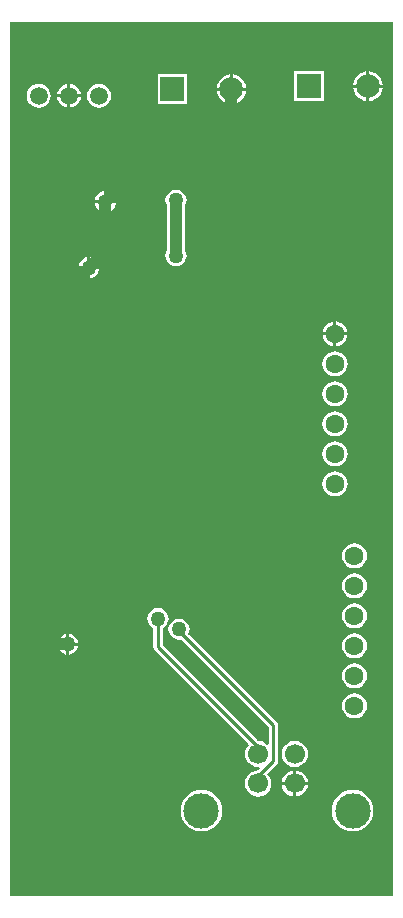
<source format=gbl>
%FSLAX44Y44*%
%MOMM*%
G71*
G01*
G75*
G04 Layer_Physical_Order=2*
G04 Layer_Color=16711680*
%ADD10R,2.0000X3.1000*%
%ADD11R,2.0000X0.8400*%
%ADD12R,5.5000X1.5000*%
%ADD13R,0.6000X0.9000*%
%ADD14R,0.9000X0.6000*%
%ADD15R,0.6000X2.0000*%
%ADD16R,1.6000X2.1800*%
%ADD17C,1.0000*%
%ADD18C,0.2540*%
%ADD19C,0.5000*%
%ADD20C,0.4000*%
%ADD21C,0.3000*%
%ADD22C,1.7000*%
%ADD23C,3.0000*%
%ADD24C,2.0000*%
%ADD25R,2.0000X2.0000*%
%ADD26C,1.6000*%
%ADD27C,1.5000*%
%ADD28C,1.2700*%
G36*
X577850Y529590D02*
X252823D01*
Y1270000D01*
X577850D01*
Y529590D01*
D02*
G37*
%LPC*%
G36*
X544830Y803001D02*
X542079Y802638D01*
X539515Y801576D01*
X537313Y799887D01*
X535623Y797685D01*
X534561Y795121D01*
X534199Y792370D01*
X534561Y789618D01*
X535623Y787054D01*
X537313Y784853D01*
X539515Y783163D01*
X542079Y782101D01*
X544830Y781739D01*
X547581Y782101D01*
X550145Y783163D01*
X552347Y784853D01*
X554037Y787054D01*
X555099Y789618D01*
X555461Y792370D01*
X555099Y795121D01*
X554037Y797685D01*
X552347Y799887D01*
X550145Y801576D01*
X547581Y802638D01*
X544830Y803001D01*
D02*
G37*
G36*
Y828401D02*
X542079Y828038D01*
X539515Y826976D01*
X537313Y825287D01*
X535623Y823085D01*
X534561Y820521D01*
X534199Y817770D01*
X534561Y815018D01*
X535623Y812454D01*
X537313Y810253D01*
X539515Y808563D01*
X542079Y807501D01*
X544830Y807139D01*
X547581Y807501D01*
X550145Y808563D01*
X552347Y810253D01*
X554037Y812454D01*
X555099Y815018D01*
X555461Y817770D01*
X555099Y820521D01*
X554037Y823085D01*
X552347Y825287D01*
X550145Y826976D01*
X547581Y828038D01*
X544830Y828401D01*
D02*
G37*
G36*
X528320Y889361D02*
X525569Y888998D01*
X523004Y887936D01*
X520803Y886247D01*
X519113Y884045D01*
X518051Y881481D01*
X517689Y878730D01*
X518051Y875978D01*
X519113Y873414D01*
X520803Y871213D01*
X523004Y869523D01*
X525569Y868461D01*
X528320Y868099D01*
X531072Y868461D01*
X533635Y869523D01*
X535837Y871213D01*
X537527Y873414D01*
X538589Y875978D01*
X538951Y878730D01*
X538589Y881481D01*
X537527Y884045D01*
X535837Y886247D01*
X533635Y887936D01*
X531072Y888998D01*
X528320Y889361D01*
D02*
G37*
G36*
X300990Y751749D02*
X299939Y751611D01*
X297777Y750715D01*
X295920Y749290D01*
X294495Y747433D01*
X293599Y745271D01*
X293461Y744220D01*
X300990D01*
Y751749D01*
D02*
G37*
G36*
X303530D02*
Y744220D01*
X311059D01*
X310921Y745271D01*
X310025Y747433D01*
X308600Y749290D01*
X306743Y750715D01*
X304581Y751611D01*
X303530Y751749D01*
D02*
G37*
G36*
X544830Y777601D02*
X542079Y777238D01*
X539515Y776176D01*
X537313Y774487D01*
X535623Y772285D01*
X534561Y769721D01*
X534199Y766970D01*
X534561Y764218D01*
X535623Y761654D01*
X537313Y759453D01*
X539515Y757763D01*
X542079Y756701D01*
X544830Y756339D01*
X547581Y756701D01*
X550145Y757763D01*
X552347Y759453D01*
X554037Y761654D01*
X555099Y764218D01*
X555461Y766970D01*
X555099Y769721D01*
X554037Y772285D01*
X552347Y774487D01*
X550145Y776176D01*
X547581Y777238D01*
X544830Y777601D01*
D02*
G37*
G36*
X528320Y990961D02*
X525569Y990599D01*
X523004Y989536D01*
X520803Y987847D01*
X519113Y985645D01*
X518051Y983081D01*
X517689Y980330D01*
X518051Y977578D01*
X519113Y975014D01*
X520803Y972813D01*
X523004Y971123D01*
X525569Y970061D01*
X528320Y969699D01*
X531072Y970061D01*
X533635Y971123D01*
X535837Y972813D01*
X537527Y975014D01*
X538589Y977578D01*
X538951Y980330D01*
X538589Y983081D01*
X537527Y985645D01*
X535837Y987847D01*
X533635Y989536D01*
X531072Y990599D01*
X528320Y990961D01*
D02*
G37*
G36*
X527050Y1004460D02*
X517856D01*
X518051Y1002978D01*
X519113Y1000414D01*
X520803Y998213D01*
X523004Y996523D01*
X525569Y995461D01*
X527050Y995266D01*
Y1004460D01*
D02*
G37*
G36*
X538784D02*
X529590D01*
Y995266D01*
X531072Y995461D01*
X533635Y996523D01*
X535837Y998213D01*
X537527Y1000414D01*
X538589Y1002978D01*
X538784Y1004460D01*
D02*
G37*
G36*
X528320Y914761D02*
X525569Y914398D01*
X523004Y913336D01*
X520803Y911647D01*
X519113Y909445D01*
X518051Y906881D01*
X517689Y904130D01*
X518051Y901378D01*
X519113Y898814D01*
X520803Y896613D01*
X523004Y894923D01*
X525569Y893861D01*
X528320Y893499D01*
X531072Y893861D01*
X533635Y894923D01*
X535837Y896613D01*
X537527Y898814D01*
X538589Y901378D01*
X538951Y904130D01*
X538589Y906881D01*
X537527Y909445D01*
X535837Y911647D01*
X533635Y913336D01*
X531072Y914398D01*
X528320Y914761D01*
D02*
G37*
G36*
Y940161D02*
X525569Y939799D01*
X523004Y938736D01*
X520803Y937047D01*
X519113Y934845D01*
X518051Y932281D01*
X517689Y929530D01*
X518051Y926778D01*
X519113Y924214D01*
X520803Y922013D01*
X523004Y920323D01*
X525569Y919261D01*
X528320Y918899D01*
X531072Y919261D01*
X533635Y920323D01*
X535837Y922013D01*
X537527Y924214D01*
X538589Y926778D01*
X538951Y929530D01*
X538589Y932281D01*
X537527Y934845D01*
X535837Y937047D01*
X533635Y938736D01*
X531072Y939799D01*
X528320Y940161D01*
D02*
G37*
G36*
Y965561D02*
X525569Y965199D01*
X523004Y964136D01*
X520803Y962447D01*
X519113Y960245D01*
X518051Y957681D01*
X517689Y954930D01*
X518051Y952178D01*
X519113Y949614D01*
X520803Y947413D01*
X523004Y945723D01*
X525569Y944661D01*
X528320Y944299D01*
X531072Y944661D01*
X533635Y945723D01*
X535837Y947413D01*
X537527Y949614D01*
X538589Y952178D01*
X538951Y954930D01*
X538589Y957681D01*
X537527Y960245D01*
X535837Y962447D01*
X533635Y964136D01*
X531072Y965199D01*
X528320Y965561D01*
D02*
G37*
G36*
X311059Y741680D02*
X303530D01*
Y734150D01*
X304581Y734289D01*
X306743Y735185D01*
X308600Y736610D01*
X310025Y738467D01*
X310921Y740629D01*
X311059Y741680D01*
D02*
G37*
G36*
X493020Y623710D02*
X483322D01*
X483534Y622098D01*
X484647Y619412D01*
X486416Y617106D01*
X488722Y615337D01*
X491408Y614224D01*
X493020Y614012D01*
Y623710D01*
D02*
G37*
G36*
X505258D02*
X495560D01*
Y614012D01*
X497172Y614224D01*
X499858Y615337D01*
X502164Y617106D01*
X503933Y619412D01*
X505046Y622098D01*
X505258Y623710D01*
D02*
G37*
G36*
X493020Y635948D02*
X491408Y635736D01*
X488722Y634623D01*
X486416Y632854D01*
X484647Y630548D01*
X483534Y627862D01*
X483322Y626250D01*
X493020D01*
Y635948D01*
D02*
G37*
G36*
X415290Y619605D02*
X411852Y619266D01*
X408545Y618263D01*
X405498Y616634D01*
X402827Y614443D01*
X400635Y611772D01*
X399007Y608725D01*
X398004Y605418D01*
X397665Y601980D01*
X398004Y598542D01*
X399007Y595235D01*
X400635Y592188D01*
X402827Y589517D01*
X405498Y587326D01*
X408545Y585697D01*
X411852Y584694D01*
X415290Y584355D01*
X418728Y584694D01*
X422035Y585697D01*
X425082Y587326D01*
X427753Y589517D01*
X429944Y592188D01*
X431573Y595235D01*
X432576Y598542D01*
X432915Y601980D01*
X432576Y605418D01*
X431573Y608725D01*
X429944Y611772D01*
X427753Y614443D01*
X425082Y616634D01*
X422035Y618263D01*
X418728Y619266D01*
X415290Y619605D01*
D02*
G37*
G36*
X543290D02*
X539851Y619266D01*
X536545Y618263D01*
X533498Y616634D01*
X530827Y614443D01*
X528635Y611772D01*
X527007Y608725D01*
X526004Y605418D01*
X525665Y601980D01*
X526004Y598542D01*
X527007Y595235D01*
X528635Y592188D01*
X530827Y589517D01*
X533498Y587326D01*
X536545Y585697D01*
X539851Y584694D01*
X543290Y584355D01*
X546728Y584694D01*
X550035Y585697D01*
X553082Y587326D01*
X555753Y589517D01*
X557944Y592188D01*
X559573Y595235D01*
X560576Y598542D01*
X560915Y601980D01*
X560576Y605418D01*
X559573Y608725D01*
X557944Y611772D01*
X555753Y614443D01*
X553082Y616634D01*
X550035Y618263D01*
X546728Y619266D01*
X543290Y619605D01*
D02*
G37*
G36*
X378460Y773507D02*
X376139Y773201D01*
X373977Y772305D01*
X372120Y770880D01*
X370695Y769023D01*
X369799Y766861D01*
X369493Y764540D01*
X369799Y762219D01*
X370695Y760057D01*
X372120Y758200D01*
X373977Y756775D01*
X374575Y756527D01*
Y740410D01*
X374871Y738923D01*
X375713Y737663D01*
X455423Y657953D01*
X455416Y657854D01*
X453647Y655548D01*
X452534Y652862D01*
X452155Y649980D01*
X452534Y647098D01*
X453647Y644412D01*
X455416Y642106D01*
X457722Y640337D01*
X460408Y639224D01*
X463290Y638845D01*
X464119Y638954D01*
X464681Y637815D01*
X462935Y636068D01*
X460408Y635736D01*
X457722Y634623D01*
X455416Y632854D01*
X453647Y630548D01*
X452534Y627862D01*
X452155Y624980D01*
X452534Y622098D01*
X453647Y619412D01*
X455416Y617106D01*
X457722Y615337D01*
X460408Y614224D01*
X463290Y613845D01*
X466172Y614224D01*
X468858Y615337D01*
X471164Y617106D01*
X472933Y619412D01*
X474046Y622098D01*
X474425Y624980D01*
X474046Y627862D01*
X472933Y630548D01*
X471164Y632854D01*
X471136Y633282D01*
X478997Y641143D01*
X479839Y642403D01*
X480135Y643890D01*
Y674370D01*
X479839Y675857D01*
X478997Y677117D01*
X404281Y751833D01*
X404901Y753329D01*
X405207Y755650D01*
X404901Y757971D01*
X404005Y760133D01*
X402580Y761990D01*
X400723Y763415D01*
X398561Y764311D01*
X396240Y764617D01*
X393919Y764311D01*
X391757Y763415D01*
X389900Y761990D01*
X388475Y760133D01*
X387579Y757971D01*
X387273Y755650D01*
X387579Y753329D01*
X388475Y751167D01*
X389900Y749310D01*
X391757Y747885D01*
X393919Y746989D01*
X396240Y746683D01*
X398187Y746940D01*
X472365Y672761D01*
Y658262D01*
X471537Y657980D01*
X471095Y657906D01*
X468858Y659623D01*
X466172Y660736D01*
X463290Y661115D01*
X463253Y661110D01*
X382345Y742019D01*
Y756527D01*
X382943Y756775D01*
X384800Y758200D01*
X386225Y760057D01*
X387121Y762219D01*
X387427Y764540D01*
X387121Y766861D01*
X386225Y769023D01*
X384800Y770880D01*
X382943Y772305D01*
X380781Y773201D01*
X378460Y773507D01*
D02*
G37*
G36*
X544830Y726801D02*
X542079Y726439D01*
X539515Y725376D01*
X537313Y723687D01*
X535623Y721485D01*
X534561Y718921D01*
X534199Y716170D01*
X534561Y713418D01*
X535623Y710854D01*
X537313Y708653D01*
X539515Y706963D01*
X542079Y705901D01*
X544830Y705539D01*
X547581Y705901D01*
X550145Y706963D01*
X552347Y708653D01*
X554037Y710854D01*
X555099Y713418D01*
X555461Y716170D01*
X555099Y718921D01*
X554037Y721485D01*
X552347Y723687D01*
X550145Y725376D01*
X547581Y726439D01*
X544830Y726801D01*
D02*
G37*
G36*
Y752201D02*
X542079Y751839D01*
X539515Y750776D01*
X537313Y749087D01*
X535623Y746885D01*
X534561Y744321D01*
X534199Y741570D01*
X534561Y738818D01*
X535623Y736254D01*
X537313Y734053D01*
X539515Y732363D01*
X542079Y731301D01*
X544830Y730939D01*
X547581Y731301D01*
X550145Y732363D01*
X552347Y734053D01*
X554037Y736254D01*
X555099Y738818D01*
X555461Y741570D01*
X555099Y744321D01*
X554037Y746885D01*
X552347Y749087D01*
X550145Y750776D01*
X547581Y751839D01*
X544830Y752201D01*
D02*
G37*
G36*
X300990Y741680D02*
X293461D01*
X293599Y740629D01*
X294495Y738467D01*
X295920Y736610D01*
X297777Y735185D01*
X299939Y734289D01*
X300990Y734150D01*
Y741680D01*
D02*
G37*
G36*
X495560Y635948D02*
Y626250D01*
X505258D01*
X505046Y627862D01*
X503933Y630548D01*
X502164Y632854D01*
X499858Y634623D01*
X497172Y635736D01*
X495560Y635948D01*
D02*
G37*
G36*
X494290Y661115D02*
X491408Y660736D01*
X488722Y659623D01*
X486416Y657854D01*
X484647Y655548D01*
X483534Y652862D01*
X483155Y649980D01*
X483534Y647098D01*
X484647Y644412D01*
X486416Y642106D01*
X488722Y640337D01*
X491408Y639224D01*
X494290Y638845D01*
X497172Y639224D01*
X499858Y640337D01*
X502164Y642106D01*
X503933Y644412D01*
X505046Y647098D01*
X505425Y649980D01*
X505046Y652862D01*
X503933Y655548D01*
X502164Y657854D01*
X499858Y659623D01*
X497172Y660736D01*
X494290Y661115D01*
D02*
G37*
G36*
X544830Y701401D02*
X542079Y701039D01*
X539515Y699976D01*
X537313Y698287D01*
X535623Y696085D01*
X534561Y693521D01*
X534199Y690770D01*
X534561Y688018D01*
X535623Y685454D01*
X537313Y683253D01*
X539515Y681563D01*
X542079Y680501D01*
X544830Y680139D01*
X547581Y680501D01*
X550145Y681563D01*
X552347Y683253D01*
X554037Y685454D01*
X555099Y688018D01*
X555461Y690770D01*
X555099Y693521D01*
X554037Y696085D01*
X552347Y698287D01*
X550145Y699976D01*
X547581Y701039D01*
X544830Y701401D01*
D02*
G37*
G36*
X527050Y1016193D02*
X525569Y1015999D01*
X523004Y1014936D01*
X520803Y1013247D01*
X519113Y1011045D01*
X518051Y1008481D01*
X517856Y1007000D01*
X527050D01*
Y1016193D01*
D02*
G37*
G36*
X453171Y1211580D02*
X441960D01*
Y1200369D01*
X443964Y1200633D01*
X447014Y1201896D01*
X449634Y1203906D01*
X451644Y1206526D01*
X452907Y1209576D01*
X453171Y1211580D01*
D02*
G37*
G36*
X518800Y1227930D02*
X493720D01*
Y1202850D01*
X518800D01*
Y1227930D01*
D02*
G37*
G36*
X554990Y1214120D02*
X543779D01*
X544043Y1212116D01*
X545306Y1209066D01*
X547316Y1206446D01*
X549936Y1204436D01*
X552986Y1203173D01*
X554990Y1202909D01*
Y1214120D01*
D02*
G37*
G36*
X313060Y1206070D02*
X304370D01*
Y1197381D01*
X305721Y1197559D01*
X308164Y1198570D01*
X310261Y1200180D01*
X311870Y1202277D01*
X312882Y1204719D01*
X313060Y1206070D01*
D02*
G37*
G36*
X403230Y1225390D02*
X378150D01*
Y1200310D01*
X403230D01*
Y1225390D01*
D02*
G37*
G36*
X439420Y1211580D02*
X428209D01*
X428473Y1209576D01*
X429736Y1206526D01*
X431746Y1203906D01*
X434366Y1201896D01*
X437416Y1200633D01*
X439420Y1200369D01*
Y1211580D01*
D02*
G37*
G36*
X568741Y1214120D02*
X557530D01*
Y1202909D01*
X559534Y1203173D01*
X562584Y1204436D01*
X565204Y1206446D01*
X567214Y1209066D01*
X568477Y1212116D01*
X568741Y1214120D01*
D02*
G37*
G36*
X441960Y1225331D02*
Y1214120D01*
X453171D01*
X452907Y1216124D01*
X451644Y1219174D01*
X449634Y1221794D01*
X447014Y1223804D01*
X443964Y1225067D01*
X441960Y1225331D01*
D02*
G37*
G36*
X554990Y1227871D02*
X552986Y1227607D01*
X549936Y1226344D01*
X547316Y1224334D01*
X545306Y1221714D01*
X544043Y1218664D01*
X543779Y1216660D01*
X554990D01*
Y1227871D01*
D02*
G37*
G36*
X557530D02*
Y1216660D01*
X568741D01*
X568477Y1218664D01*
X567214Y1221714D01*
X565204Y1224334D01*
X562584Y1226344D01*
X559534Y1227607D01*
X557530Y1227871D01*
D02*
G37*
G36*
X301830Y1217300D02*
X300479Y1217122D01*
X298037Y1216110D01*
X295940Y1214501D01*
X294330Y1212403D01*
X293319Y1209961D01*
X293141Y1208610D01*
X301830D01*
Y1217300D01*
D02*
G37*
G36*
X304370D02*
Y1208610D01*
X313060D01*
X312882Y1209961D01*
X311870Y1212403D01*
X310261Y1214501D01*
X308164Y1216110D01*
X305721Y1217122D01*
X304370Y1217300D01*
D02*
G37*
G36*
X439420Y1225331D02*
X437416Y1225067D01*
X434366Y1223804D01*
X431746Y1221794D01*
X429736Y1219174D01*
X428473Y1216124D01*
X428209Y1214120D01*
X439420D01*
Y1225331D01*
D02*
G37*
G36*
X393700Y1127837D02*
X391379Y1127531D01*
X389217Y1126635D01*
X387360Y1125210D01*
X385935Y1123353D01*
X385039Y1121191D01*
X384733Y1118870D01*
X385039Y1116549D01*
X385935Y1114387D01*
X386095Y1114178D01*
Y1076572D01*
X385935Y1076363D01*
X385039Y1074201D01*
X384733Y1071880D01*
X385039Y1069559D01*
X385935Y1067397D01*
X387360Y1065540D01*
X389217Y1064115D01*
X391379Y1063219D01*
X393700Y1062913D01*
X396021Y1063219D01*
X398183Y1064115D01*
X400040Y1065540D01*
X401465Y1067397D01*
X402361Y1069559D01*
X402667Y1071880D01*
X402361Y1074201D01*
X401465Y1076363D01*
X401305Y1076572D01*
Y1114178D01*
X401465Y1114387D01*
X402361Y1116549D01*
X402667Y1118870D01*
X402361Y1121191D01*
X401465Y1123353D01*
X400040Y1125210D01*
X398183Y1126635D01*
X396021Y1127531D01*
X393700Y1127837D01*
D02*
G37*
G36*
X318770Y1070519D02*
X317719Y1070381D01*
X315557Y1069485D01*
X313700Y1068060D01*
X312275Y1066203D01*
X311379Y1064041D01*
X311241Y1062990D01*
X318770D01*
Y1070519D01*
D02*
G37*
G36*
X321310D02*
Y1062990D01*
X328839D01*
X328701Y1064041D01*
X327805Y1066203D01*
X326380Y1068060D01*
X324523Y1069485D01*
X322361Y1070381D01*
X321310Y1070519D01*
D02*
G37*
G36*
X529590Y1016193D02*
Y1007000D01*
X538784D01*
X538589Y1008481D01*
X537527Y1011045D01*
X535837Y1013247D01*
X533635Y1014936D01*
X531072Y1015999D01*
X529590Y1016193D01*
D02*
G37*
G36*
X318770Y1060450D02*
X311241D01*
X311379Y1059399D01*
X312275Y1057237D01*
X313700Y1055380D01*
X315557Y1053955D01*
X317719Y1053059D01*
X318770Y1052921D01*
Y1060450D01*
D02*
G37*
G36*
X328839D02*
X321310D01*
Y1052921D01*
X322361Y1053059D01*
X324523Y1053955D01*
X326380Y1055380D01*
X327805Y1057237D01*
X328701Y1059399D01*
X328839Y1060450D01*
D02*
G37*
G36*
X332740Y1116330D02*
X325210D01*
X325349Y1115279D01*
X326245Y1113117D01*
X327670Y1111260D01*
X329527Y1109835D01*
X331689Y1108939D01*
X332740Y1108801D01*
Y1116330D01*
D02*
G37*
G36*
X277500Y1217467D02*
X274879Y1217122D01*
X272437Y1216110D01*
X270340Y1214501D01*
X268730Y1212403D01*
X267719Y1209961D01*
X267374Y1207340D01*
X267719Y1204719D01*
X268730Y1202277D01*
X270340Y1200180D01*
X272437Y1198570D01*
X274879Y1197559D01*
X277500Y1197214D01*
X280121Y1197559D01*
X282563Y1198570D01*
X284661Y1200180D01*
X286270Y1202277D01*
X287282Y1204719D01*
X287627Y1207340D01*
X287282Y1209961D01*
X286270Y1212403D01*
X284661Y1214501D01*
X282563Y1216110D01*
X280121Y1217122D01*
X277500Y1217467D01*
D02*
G37*
G36*
X328500D02*
X325879Y1217122D01*
X323437Y1216110D01*
X321340Y1214501D01*
X319730Y1212403D01*
X318719Y1209961D01*
X318374Y1207340D01*
X318719Y1204719D01*
X319730Y1202277D01*
X321340Y1200180D01*
X323437Y1198570D01*
X325879Y1197559D01*
X328500Y1197214D01*
X331121Y1197559D01*
X333563Y1198570D01*
X335661Y1200180D01*
X337270Y1202277D01*
X338282Y1204719D01*
X338627Y1207340D01*
X338282Y1209961D01*
X337270Y1212403D01*
X335661Y1214501D01*
X333563Y1216110D01*
X331121Y1217122D01*
X328500Y1217467D01*
D02*
G37*
G36*
X301830Y1206070D02*
X293141D01*
X293319Y1204719D01*
X294330Y1202277D01*
X295940Y1200180D01*
X298037Y1198570D01*
X300479Y1197559D01*
X301830Y1197381D01*
Y1206070D01*
D02*
G37*
G36*
X342809Y1116330D02*
X335280D01*
Y1108801D01*
X336331Y1108939D01*
X338493Y1109835D01*
X340350Y1111260D01*
X341775Y1113117D01*
X342671Y1115279D01*
X342809Y1116330D01*
D02*
G37*
G36*
X332740Y1126400D02*
X331689Y1126261D01*
X329527Y1125365D01*
X327670Y1123940D01*
X326245Y1122083D01*
X325349Y1119921D01*
X325210Y1118870D01*
X332740D01*
Y1126400D01*
D02*
G37*
G36*
X335280D02*
Y1118870D01*
X342809D01*
X342671Y1119921D01*
X341775Y1122083D01*
X340350Y1123940D01*
X338493Y1125365D01*
X336331Y1126261D01*
X335280Y1126400D01*
D02*
G37*
%LPD*%
D17*
X393700Y1071880D02*
Y1118870D01*
X320040Y1061720D02*
X334010Y1075690D01*
X267970Y1009650D02*
X320040Y1061720D01*
X388620Y1141730D02*
X440690Y1193800D01*
X358140Y1141730D02*
X388620D01*
X334010Y1117600D02*
X358140Y1141730D01*
X334010Y1075690D02*
Y1117600D01*
X267970Y762000D02*
Y1009650D01*
Y762000D02*
X287020Y742950D01*
X302260D01*
X440690Y1193800D02*
Y1212850D01*
D18*
X396240Y754380D02*
Y755650D01*
Y754380D02*
X476250Y674370D01*
X378460Y740410D02*
Y764540D01*
X463290Y649980D02*
Y655580D01*
Y624980D02*
Y630930D01*
X476250Y643890D01*
Y674370D01*
X378460Y740410D02*
X463290Y655580D01*
D22*
Y649980D02*
D03*
X494290D02*
D03*
Y624980D02*
D03*
X463290D02*
D03*
D23*
X415290Y601980D02*
D03*
X543290D02*
D03*
D24*
X556260Y1215390D02*
D03*
X440690Y1212850D02*
D03*
D25*
X506260Y1215390D02*
D03*
X390690Y1212850D02*
D03*
D26*
X528320Y1005730D02*
D03*
Y980330D02*
D03*
Y954930D02*
D03*
Y929530D02*
D03*
Y904130D02*
D03*
Y878730D02*
D03*
X544830Y817770D02*
D03*
Y792370D02*
D03*
Y766970D02*
D03*
Y741570D02*
D03*
Y716170D02*
D03*
Y690770D02*
D03*
D27*
X328500Y1207340D02*
D03*
X303100D02*
D03*
X277500D02*
D03*
D28*
X396240Y755650D02*
D03*
X378460Y764540D02*
D03*
X393700Y1071880D02*
D03*
X320040Y1061720D02*
D03*
X393700Y1118870D02*
D03*
X334010Y1117600D02*
D03*
X302260Y742950D02*
D03*
M02*

</source>
